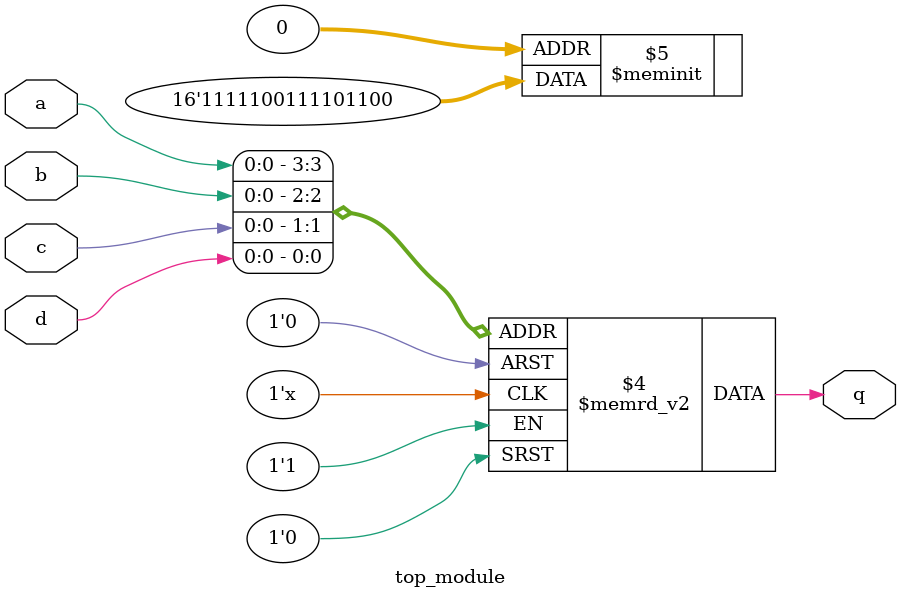
<source format=sv>
module top_module (
    input a, 
    input b, 
    input c, 
    input d,
    output reg q
);

    always @(*) begin
        case({a, b, c, d})
            4'b0000: q = 1'b0;
            4'b0001: q = 1'b0;
            4'b0010: q = 1'b1;
            4'b0011: q = 1'b1;
            4'b0100: q = 1'b0; // Update
            4'b0101: q = 1'b1;
            4'b0110: q = 1'b1;
            4'b0111: q = 1'b1;
            4'b1000: q = 1'b1;
            4'b1001: q = 1'b0;
            4'b1010: q = 1'b0;
            4'b1011: q = 1'b1;
            4'b1100: q = 1'b1;
            4'b1101: q = 1'b1;
            4'b1110: q = 1'b1;
            4'b1111: q = 1'b1;
            default: q = 1'b0;
        endcase
    end
    
endmodule

</source>
